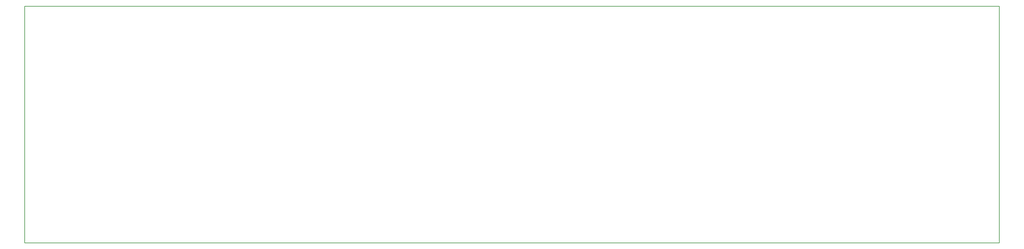
<source format=gbr>
G04 EAGLE Gerber RS-274X export*
G75*
%MOMM*%
%FSLAX34Y34*%
%LPD*%
%IN*%
%IPPOS*%
%AMOC8*
5,1,8,0,0,1.08239X$1,22.5*%
G01*
G04 Define Apertures*
%ADD10C,0.254000*%
D10*
X0Y0D02*
X4127500Y0D01*
X4127500Y1003300D01*
X0Y1003300D01*
X0Y0D01*
M02*

</source>
